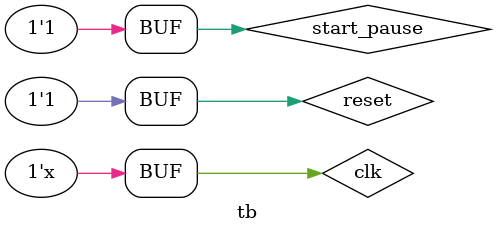
<source format=v>
module tb;
   reg clk = 0, start_pause = 1, reset = 1;
   wire enable;
   wire [3:0] min_higher, min_lower, s_higher, s_lower, ms_higher, ms_lower;
   
   stopwatch_counter sc(
      clk, min_higher, min_lower, s_higher, s_lower,
      ms_higher, ms_lower, start_pause, reset, enable
   );
   
   always #5 clk = ~clk;
   
   initial begin
      #200 start_pause = 0;
      #201 start_pause = 1;
      $monitor($time, " Output enable = %d", enable);
   end

endmodule

</source>
